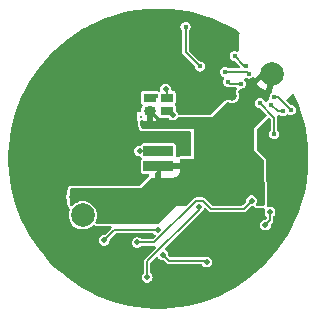
<source format=gbr>
%TF.GenerationSoftware,KiCad,Pcbnew,8.0.5*%
%TF.CreationDate,2024-11-25T09:23:58-07:00*%
%TF.ProjectId,NoteDetector,4e6f7465-4465-4746-9563-746f722e6b69,rev?*%
%TF.SameCoordinates,Original*%
%TF.FileFunction,Copper,L2,Bot*%
%TF.FilePolarity,Positive*%
%FSLAX46Y46*%
G04 Gerber Fmt 4.6, Leading zero omitted, Abs format (unit mm)*
G04 Created by KiCad (PCBNEW 8.0.5) date 2024-11-25 09:23:58*
%MOMM*%
%LPD*%
G01*
G04 APERTURE LIST*
G04 Aperture macros list*
%AMRoundRect*
0 Rectangle with rounded corners*
0 $1 Rounding radius*
0 $2 $3 $4 $5 $6 $7 $8 $9 X,Y pos of 4 corners*
0 Add a 4 corners polygon primitive as box body*
4,1,4,$2,$3,$4,$5,$6,$7,$8,$9,$2,$3,0*
0 Add four circle primitives for the rounded corners*
1,1,$1+$1,$2,$3*
1,1,$1+$1,$4,$5*
1,1,$1+$1,$6,$7*
1,1,$1+$1,$8,$9*
0 Add four rect primitives between the rounded corners*
20,1,$1+$1,$2,$3,$4,$5,0*
20,1,$1+$1,$4,$5,$6,$7,0*
20,1,$1+$1,$6,$7,$8,$9,0*
20,1,$1+$1,$8,$9,$2,$3,0*%
G04 Aperture macros list end*
%ADD10C,0.200000*%
%TA.AperFunction,NonConductor*%
%ADD11C,0.200000*%
%TD*%
%TA.AperFunction,ComponentPad*%
%ADD12C,2.000000*%
%TD*%
%TA.AperFunction,SMDPad,CuDef*%
%ADD13RoundRect,0.090000X1.210000X0.360000X-1.210000X0.360000X-1.210000X-0.360000X1.210000X-0.360000X0*%
%TD*%
%TA.AperFunction,SMDPad,CuDef*%
%ADD14RoundRect,0.360000X0.140000X0.040000X-0.140000X0.040000X-0.140000X-0.040000X0.140000X-0.040000X0*%
%TD*%
%TA.AperFunction,SMDPad,CuDef*%
%ADD15R,1.000000X0.800000*%
%TD*%
%TA.AperFunction,ViaPad*%
%ADD16C,0.450000*%
%TD*%
%TA.AperFunction,ViaPad*%
%ADD17C,0.508000*%
%TD*%
%TA.AperFunction,ViaPad*%
%ADD18C,0.800000*%
%TD*%
%TA.AperFunction,Conductor*%
%ADD19C,0.254000*%
%TD*%
%TA.AperFunction,Conductor*%
%ADD20C,0.381000*%
%TD*%
%TA.AperFunction,Conductor*%
%ADD21C,0.152400*%
%TD*%
G04 APERTURE END LIST*
D10*
D11*
X-1472054Y3634495D02*
X-1510149Y3596400D01*
X-1510149Y3596400D02*
X-1472054Y3558304D01*
X-1472054Y3558304D02*
X-1433958Y3596400D01*
X-1433958Y3596400D02*
X-1472054Y3634495D01*
X-1472054Y3634495D02*
X-1472054Y3558304D01*
D12*
%TO.P,BT1,1,+*%
%TO.N,+BATT*%
X9599987Y7200017D03*
%TO.P,BT1,2,-*%
%TO.N,/PGnd*%
X-6399991Y-4800011D03*
%TD*%
D13*
%TO.P,MK1,1,-*%
%TO.N,/Audio_raw*%
X0Y650000D03*
%TO.P,MK1,2,+*%
%TO.N,+BATT*%
X0Y-650000D03*
%TD*%
D14*
%TO.P,D1,1,A*%
%TO.N,+BATT*%
X-750000Y4050000D03*
D15*
%TO.P,D1,2,BK*%
%TO.N,Net-(D1-BK)*%
X750000Y4050000D03*
%TO.P,D1,3,GK*%
%TO.N,Net-(D1-GK)*%
X750000Y5150000D03*
%TO.P,D1,4,RK*%
%TO.N,Net-(D1-RK)*%
X-750000Y5150000D03*
%TD*%
D16*
%TO.N,GND*%
X-1850000Y2500000D03*
X-5800000Y5250000D03*
X1450000Y8500000D03*
D17*
X-2250000Y7900000D03*
D18*
X6224500Y5300000D03*
D17*
X6630000Y-6780000D03*
X2500000Y672334D03*
D16*
X-4200000Y1600000D03*
D17*
X-9125000Y-1100000D03*
X3700000Y4000000D03*
D18*
X-8900000Y7950000D03*
D17*
%TO.N,+BATT*%
X-7350000Y-3250000D03*
X-351116Y-5100000D03*
X6500000Y-3720300D03*
X6600000Y-2700000D03*
%TO.N,/Audio_In*%
X7894204Y-3574798D03*
X-1800000Y-7100000D03*
%TO.N,/Midscale*%
X-49909Y-6050091D03*
X-4598371Y-6923371D03*
%TO.N,Net-(U1-V-)*%
X4100000Y-8760000D03*
X385746Y-8147003D03*
%TO.N,Net-(C7-Pad1)*%
X-950000Y-10050000D03*
X3400000Y-4100000D03*
D16*
%TO.N,Net-(D1-RK)*%
X-208439Y5300000D03*
%TO.N,/PWM3*%
X11220000Y4110000D03*
X5630000Y7350000D03*
X7660000Y7200000D03*
X9815000Y5185000D03*
%TO.N,/PWM2*%
X7420000Y7880000D03*
X10550000Y4010000D03*
X9530000Y4570000D03*
X6450000Y8670000D03*
%TO.N,/PWM1*%
X5910000Y6500000D03*
X8590000Y4680000D03*
X9800000Y2050000D03*
X3500000Y7800000D03*
X2300000Y11150000D03*
X6966200Y6350000D03*
D17*
%TO.N,/Audio_raw*%
X-1600000Y650000D03*
%TO.N,Net-(D1-GK)*%
X600000Y5900000D03*
%TO.N,Net-(D1-BK)*%
X1200000Y3700000D03*
%TO.N,/~{MCLR}*%
X9049317Y-5624135D03*
X9444039Y-4519221D03*
%TD*%
D19*
%TO.N,+BATT*%
X-750000Y4050000D02*
X-20000Y3320000D01*
X-20000Y3320000D02*
X310000Y3320000D01*
D20*
X8790017Y7200017D02*
X8080000Y6490000D01*
X9599987Y7200017D02*
X8790017Y7200017D01*
D21*
%TO.N,Net-(D1-RK)*%
X-208439Y5300000D02*
X-358439Y5150000D01*
X-358439Y5150000D02*
X-750000Y5150000D01*
%TO.N,/PWM1*%
X5910000Y6500000D02*
X6060000Y6350000D01*
X6060000Y6350000D02*
X6966200Y6350000D01*
%TO.N,/PWM2*%
X10090000Y4010000D02*
X9530000Y4570000D01*
X10550000Y4010000D02*
X10090000Y4010000D01*
%TO.N,/PWM3*%
X10145000Y5185000D02*
X9815000Y5185000D01*
X11220000Y4110000D02*
X10145000Y5185000D01*
%TO.N,/PWM1*%
X8590000Y4680000D02*
X9800000Y3470000D01*
X9800000Y3470000D02*
X9800000Y2050000D01*
%TO.N,/PWM2*%
X7240000Y7880000D02*
X6450000Y8670000D01*
X7420000Y7880000D02*
X7240000Y7880000D01*
%TO.N,/PWM3*%
X7510000Y7350000D02*
X7660000Y7200000D01*
X5630000Y7350000D02*
X7510000Y7350000D01*
%TO.N,/Audio_In*%
X7219002Y-4250000D02*
X7894204Y-3574798D01*
X4450000Y-4250000D02*
X7219002Y-4250000D01*
X3179711Y-3570289D02*
X3770289Y-3570289D01*
X3770289Y-3570289D02*
X4450000Y-4250000D01*
X-350000Y-7100000D02*
X3179711Y-3570289D01*
X-1800000Y-7100000D02*
X-350000Y-7100000D01*
%TO.N,/Midscale*%
X-3725091Y-6050091D02*
X-4598371Y-6923371D01*
X-49909Y-6050091D02*
X-3725091Y-6050091D01*
%TO.N,Net-(U1-V-)*%
X888743Y-8650000D02*
X385746Y-8147003D01*
X4100000Y-8760000D02*
X3990000Y-8650000D01*
X3990000Y-8650000D02*
X888743Y-8650000D01*
%TO.N,Net-(C7-Pad1)*%
X-950000Y-8700000D02*
X-950000Y-10050000D01*
X3400000Y-4350000D02*
X-950000Y-8700000D01*
X3400000Y-4100000D02*
X3400000Y-4350000D01*
%TO.N,/PWM1*%
X2300000Y9000000D02*
X2300000Y11150000D01*
X3500000Y7800000D02*
X2300000Y9000000D01*
%TO.N,/Audio_raw*%
X-1600000Y650000D02*
X0Y650000D01*
%TO.N,Net-(D1-GK)*%
X750000Y5750000D02*
X600000Y5900000D01*
X750000Y5150000D02*
X750000Y5750000D01*
%TO.N,Net-(D1-BK)*%
X850000Y4050000D02*
X1200000Y3700000D01*
X750000Y4050000D02*
X850000Y4050000D01*
%TO.N,/~{MCLR}*%
X9444039Y-5229413D02*
X9049317Y-5624135D01*
X9444039Y-4519221D02*
X9444039Y-5229413D01*
%TD*%
%TA.AperFunction,Conductor*%
%TO.N,GND*%
G36*
X359784Y12697304D02*
G01*
X1064122Y12657749D01*
X1071164Y12657155D01*
X1772171Y12578171D01*
X1779170Y12577183D01*
X2474652Y12459015D01*
X2481584Y12457636D01*
X3169335Y12300662D01*
X3176178Y12298897D01*
X3854067Y12103600D01*
X3860801Y12101453D01*
X4526640Y11868466D01*
X4533243Y11865946D01*
X5185002Y11595979D01*
X5191453Y11593092D01*
X5827026Y11287016D01*
X5833306Y11283772D01*
X6450737Y10942530D01*
X6456824Y10938939D01*
X6814391Y10714264D01*
X6861429Y10661085D01*
X6872249Y10590918D01*
X6857321Y10546068D01*
X6822825Y10484396D01*
X6822824Y10484394D01*
X6802827Y10416288D01*
X6802824Y10416275D01*
X6794500Y10358377D01*
X6794500Y9177631D01*
X6774498Y9109510D01*
X6720842Y9063017D01*
X6650568Y9052913D01*
X6611301Y9065363D01*
X6583126Y9079719D01*
X6450000Y9100804D01*
X6316874Y9079719D01*
X6231911Y9036428D01*
X6196780Y9018528D01*
X6101471Y8923219D01*
X6086172Y8893193D01*
X6040281Y8803126D01*
X6019196Y8670000D01*
X6040281Y8536874D01*
X6040281Y8536872D01*
X6040282Y8536872D01*
X6101471Y8416780D01*
X6196780Y8321471D01*
X6303324Y8267185D01*
X6316874Y8260281D01*
X6404448Y8246410D01*
X6456488Y8238168D01*
X6520641Y8207755D01*
X6525871Y8202815D01*
X6886892Y7841793D01*
X6920916Y7779483D01*
X6915852Y7708668D01*
X6873305Y7651832D01*
X6806785Y7627021D01*
X6797796Y7626700D01*
X6007238Y7626700D01*
X5939117Y7646702D01*
X5918143Y7663605D01*
X5914874Y7666874D01*
X5883220Y7698528D01*
X5763126Y7759719D01*
X5630000Y7780804D01*
X5496874Y7759719D01*
X5376780Y7698528D01*
X5281472Y7603220D01*
X5220281Y7483126D01*
X5199196Y7350000D01*
X5220281Y7216874D01*
X5220281Y7216872D01*
X5220282Y7216872D01*
X5281471Y7096780D01*
X5376780Y7001471D01*
X5505710Y6935779D01*
X5504759Y6933913D01*
X5552764Y6901082D01*
X5580394Y6835682D01*
X5568280Y6765726D01*
X5565472Y6761070D01*
X5561473Y6753221D01*
X5561472Y6753220D01*
X5500281Y6633126D01*
X5479196Y6500000D01*
X5500281Y6366874D01*
X5500281Y6366872D01*
X5500282Y6366872D01*
X5561471Y6246780D01*
X5656780Y6151471D01*
X5776872Y6090282D01*
X5776874Y6090281D01*
X5910000Y6069196D01*
X5964555Y6077836D01*
X6016868Y6075096D01*
X6023570Y6073300D01*
X6023572Y6073300D01*
X6526537Y6073300D01*
X6594658Y6053298D01*
X6641151Y5999642D01*
X6651255Y5929368D01*
X6629208Y5874262D01*
X6592213Y5822258D01*
X6560429Y5758761D01*
X6550579Y5735650D01*
X6539874Y5644817D01*
X6547463Y5574235D01*
X6561929Y5517557D01*
X6602985Y5418439D01*
X6611498Y5386668D01*
X6620743Y5316446D01*
X6620743Y5283554D01*
X6611498Y5213331D01*
X6602984Y5181557D01*
X6575876Y5116115D01*
X6559431Y5087632D01*
X6516317Y5031444D01*
X6493060Y5008186D01*
X6436861Y4965062D01*
X6408383Y4948620D01*
X6342931Y4921509D01*
X6311172Y4913000D01*
X6240939Y4903755D01*
X6208062Y4903755D01*
X6137822Y4913001D01*
X6106061Y4921512D01*
X5992767Y4968440D01*
X5991135Y4969103D01*
X5990395Y4969405D01*
X5990360Y4969419D01*
X5987366Y4970615D01*
X5927863Y4984596D01*
X5857102Y4990376D01*
X5831970Y4990886D01*
X5831969Y4990885D01*
X5831969Y4990886D01*
X5831968Y4990886D01*
X5743716Y4966908D01*
X5743715Y4966907D01*
X5743713Y4966907D01*
X5681060Y4933513D01*
X5633884Y4898935D01*
X4463701Y3752156D01*
X4452837Y3741509D01*
X4390184Y3708115D01*
X4364646Y3705500D01*
X1767562Y3705500D01*
X1699441Y3725502D01*
X1652948Y3779158D01*
X1642845Y3813566D01*
X1640574Y3829364D01*
X1586282Y3948248D01*
X1586279Y3948252D01*
X1500700Y4047016D01*
X1500697Y4047018D01*
X1500695Y4047021D01*
X1500692Y4047022D01*
X1493989Y4052831D01*
X1455605Y4112557D01*
X1450500Y4148057D01*
X1450500Y4469746D01*
X1450500Y4469748D01*
X1438867Y4528231D01*
X1437685Y4529998D01*
X1436297Y4534433D01*
X1434118Y4539694D01*
X1434588Y4539889D01*
X1416471Y4597751D01*
X1435254Y4666218D01*
X1437686Y4670002D01*
X1438866Y4671768D01*
X1438867Y4671769D01*
X1450500Y4730252D01*
X1450500Y5569748D01*
X1438867Y5628231D01*
X1394552Y5694552D01*
X1328231Y5738867D01*
X1269748Y5750500D01*
X1269747Y5750500D01*
X1183091Y5750500D01*
X1114970Y5770502D01*
X1068477Y5824158D01*
X1058373Y5894431D01*
X1059174Y5900002D01*
X1059174Y5900003D01*
X1040575Y6029357D01*
X1040574Y6029364D01*
X986282Y6148248D01*
X983489Y6151471D01*
X900697Y6247019D01*
X900696Y6247019D01*
X900695Y6247021D01*
X790748Y6317679D01*
X665347Y6354500D01*
X534653Y6354500D01*
X534650Y6354499D01*
X534649Y6354499D01*
X497386Y6343557D01*
X409252Y6317679D01*
X409250Y6317678D01*
X299306Y6247022D01*
X299302Y6247019D01*
X213720Y6148252D01*
X213718Y6148248D01*
X172009Y6056918D01*
X159426Y6029364D01*
X159424Y6029357D01*
X140826Y5900003D01*
X140826Y5899996D01*
X152852Y5816354D01*
X142749Y5746080D01*
X96256Y5692424D01*
X28135Y5672422D01*
X-29067Y5686155D01*
X-75313Y5709719D01*
X-117252Y5716361D01*
X-167549Y5736047D01*
X-167699Y5736147D01*
X-171769Y5738867D01*
X-230252Y5750500D01*
X-1269748Y5750500D01*
X-1328231Y5738867D01*
X-1394552Y5694552D01*
X-1438867Y5628231D01*
X-1450500Y5569748D01*
X-1450500Y4730252D01*
X-1438867Y4671769D01*
X-1438866Y4671768D01*
X-1394551Y4605447D01*
X-1378442Y4594683D01*
X-1332915Y4540206D01*
X-1324068Y4469763D01*
X-1348481Y4413217D01*
X-1379596Y4372669D01*
X-1436074Y4236320D01*
X-1448149Y4144595D01*
X-1450499Y4126746D01*
X-1450500Y4126741D01*
X-1450500Y4065995D01*
X-1470502Y3997874D01*
X-1524158Y3951381D01*
X-1576500Y3939995D01*
X-1815649Y3939995D01*
X-1815649Y3252803D01*
X-1791793Y3228947D01*
X-1757767Y3166635D01*
X-1755210Y3130854D01*
X-1755500Y3126803D01*
X-1755500Y2853927D01*
X-1755499Y2853926D01*
X-1754323Y2831975D01*
X-1751444Y2805192D01*
X-1727483Y2728667D01*
X-1727482Y2728666D01*
X-1693457Y2666355D01*
X-1682388Y2651570D01*
X-1670986Y2633259D01*
X-1644562Y2581398D01*
X-1634002Y2552293D01*
X-1632788Y2546987D01*
X-1622955Y2514360D01*
X-1622953Y2514355D01*
X-1581507Y2439090D01*
X-1581504Y2439086D01*
X-1581503Y2439084D01*
X-1535010Y2385428D01*
X-1517417Y2367473D01*
X-1517414Y2367471D01*
X-1437595Y2322823D01*
X-1369490Y2302827D01*
X-1369481Y2302825D01*
X-1369478Y2302824D01*
X-1311582Y2294500D01*
X2668500Y2294500D01*
X2736621Y2274498D01*
X2783114Y2220842D01*
X2794500Y2168500D01*
X2794500Y331500D01*
X2774498Y263379D01*
X2720842Y216886D01*
X2668500Y205500D01*
X1918656Y205500D01*
X1861934Y197517D01*
X1795080Y178318D01*
X1772518Y170391D01*
X1772514Y170388D01*
X1697427Y116728D01*
X1630375Y93394D01*
X1561351Y110016D01*
X1512271Y161316D01*
X1498718Y231006D01*
X1498994Y233653D01*
X1500500Y246627D01*
X1500499Y1053372D01*
X1497682Y1077662D01*
X1453813Y1177016D01*
X1377016Y1253813D01*
X1277662Y1297682D01*
X1253373Y1300500D01*
X-1253372Y1300499D01*
X-1277662Y1297682D01*
X-1377016Y1253813D01*
X-1453813Y1177016D01*
X-1453814Y1177013D01*
X-1460412Y1167383D01*
X-1462046Y1168502D01*
X-1498488Y1125365D01*
X-1566353Y1104510D01*
X-1567934Y1104500D01*
X-1665347Y1104500D01*
X-1790748Y1067679D01*
X-1900695Y997021D01*
X-1986282Y898248D01*
X-2040574Y779364D01*
X-2040575Y779357D01*
X-2059174Y650003D01*
X-2059174Y649996D01*
X-2040575Y520642D01*
X-2040574Y520636D01*
X-1986282Y401752D01*
X-1986280Y401750D01*
X-1986279Y401747D01*
X-1900697Y302980D01*
X-1900693Y302977D01*
X-1790748Y232321D01*
X-1790750Y232321D01*
X-1665350Y195500D01*
X-1567934Y195500D01*
X-1499813Y175498D01*
X-1461820Y131652D01*
X-1460412Y132617D01*
X-1453811Y122981D01*
X-1419925Y89095D01*
X-1385899Y26783D01*
X-1390964Y-44032D01*
X-1419925Y-89095D01*
X-1453811Y-122981D01*
X-1453812Y-122983D01*
X-1453813Y-122984D01*
X-1497682Y-222338D01*
X-1500500Y-246627D01*
X-1500499Y-1053372D01*
X-1497682Y-1077662D01*
X-1453813Y-1177016D01*
X-1377016Y-1253813D01*
X-1277662Y-1297682D01*
X-1253373Y-1300500D01*
X-895308Y-1300499D01*
X-827190Y-1320501D01*
X-780697Y-1374156D01*
X-770592Y-1444430D01*
X-800085Y-1509011D01*
X-806214Y-1515594D01*
X-1548216Y-2257596D01*
X-1610527Y-2291620D01*
X-1637310Y-2294500D01*
X-7374006Y-2294500D01*
X-7417681Y-2299196D01*
X-7470023Y-2310582D01*
X-7480203Y-2313070D01*
X-7560916Y-2356079D01*
X-7614572Y-2402572D01*
X-7632527Y-2420165D01*
X-7632528Y-2420167D01*
X-7677176Y-2499986D01*
X-7694363Y-2558524D01*
X-7697176Y-2568104D01*
X-7705500Y-2626000D01*
X-7705500Y-2626002D01*
X-7705500Y-2919232D01*
X-7725502Y-2987353D01*
X-7736271Y-3001739D01*
X-7736282Y-3001752D01*
X-7790574Y-3120636D01*
X-7790574Y-3120641D01*
X-7790575Y-3120642D01*
X-7809174Y-3249996D01*
X-7809174Y-3250000D01*
X-7790574Y-3379364D01*
X-7736282Y-3498248D01*
X-7736277Y-3498253D01*
X-7736277Y-3498254D01*
X-7736273Y-3498261D01*
X-7731408Y-3505833D01*
X-7732496Y-3506532D01*
X-7706783Y-3562835D01*
X-7705500Y-3580768D01*
X-7705500Y-3892965D01*
X-7705484Y-3895554D01*
X-7705444Y-3898729D01*
X-7695614Y-3958986D01*
X-7673902Y-4026581D01*
X-7664765Y-4049999D01*
X-7608866Y-4122383D01*
X-7554056Y-4167509D01*
X-7554049Y-4167514D01*
X-7546442Y-4173033D01*
X-7503048Y-4229224D01*
X-7496922Y-4299956D01*
X-7507640Y-4331186D01*
X-7524218Y-4364478D01*
X-7524222Y-4364490D01*
X-7570374Y-4526699D01*
X-7585106Y-4578475D01*
X-7605634Y-4800011D01*
X-7585106Y-5021547D01*
X-7524220Y-5235539D01*
X-7524217Y-5235544D01*
X-7524216Y-5235548D01*
X-7425052Y-5434695D01*
X-7425050Y-5434696D01*
X-7425049Y-5434700D01*
X-7326799Y-5564804D01*
X-7293874Y-5608405D01*
X-7290972Y-5612247D01*
X-7126553Y-5762135D01*
X-6937392Y-5879258D01*
X-6830348Y-5920727D01*
X-6729937Y-5959627D01*
X-6729935Y-5959627D01*
X-6729931Y-5959629D01*
X-6511234Y-6000511D01*
X-6511231Y-6000511D01*
X-6288751Y-6000511D01*
X-6288748Y-6000511D01*
X-6070051Y-5959629D01*
X-6070047Y-5959627D01*
X-6070044Y-5959627D01*
X-5952300Y-5914012D01*
X-5862590Y-5879258D01*
X-5862581Y-5879252D01*
X-5862578Y-5879251D01*
X-5673430Y-5762136D01*
X-5673423Y-5762131D01*
X-5552188Y-5651611D01*
X-5488371Y-5620500D01*
X-5417865Y-5628830D01*
X-5405793Y-5634760D01*
X-5329968Y-5677174D01*
X-5261847Y-5697176D01*
X-5203951Y-5705500D01*
X-4076004Y-5705500D01*
X-4007883Y-5725502D01*
X-3961390Y-5779158D01*
X-3951286Y-5849432D01*
X-3980780Y-5914012D01*
X-3986908Y-5920595D01*
X-4498280Y-6431967D01*
X-4560591Y-6465991D01*
X-4587374Y-6468871D01*
X-4663721Y-6468871D01*
X-4789120Y-6505692D01*
X-4899064Y-6576348D01*
X-4899068Y-6576351D01*
X-4984650Y-6675118D01*
X-4984651Y-6675121D01*
X-4984653Y-6675123D01*
X-5038945Y-6794007D01*
X-5038945Y-6794012D01*
X-5038946Y-6794013D01*
X-5057545Y-6923367D01*
X-5057545Y-6923374D01*
X-5039220Y-7050818D01*
X-5038945Y-7052735D01*
X-4984653Y-7171619D01*
X-4899066Y-7270392D01*
X-4789119Y-7341050D01*
X-4663718Y-7377871D01*
X-4663715Y-7377871D01*
X-4533027Y-7377871D01*
X-4533024Y-7377871D01*
X-4533021Y-7377870D01*
X-4533020Y-7377870D01*
X-4495757Y-7366928D01*
X-4407623Y-7341050D01*
X-4377070Y-7321415D01*
X-4297677Y-7270393D01*
X-4297673Y-7270390D01*
X-4212091Y-7171623D01*
X-4157797Y-7052735D01*
X-4157795Y-7052728D01*
X-4139197Y-6923374D01*
X-4139197Y-6914360D01*
X-4137011Y-6914360D01*
X-4128646Y-6856190D01*
X-4103129Y-6819442D01*
X-3647383Y-6363696D01*
X-3585071Y-6329670D01*
X-3558288Y-6326791D01*
X-469080Y-6326791D01*
X-400959Y-6346793D01*
X-373856Y-6370278D01*
X-350604Y-6397112D01*
X-292092Y-6434714D01*
X-245601Y-6488367D01*
X-235496Y-6558640D01*
X-264988Y-6623222D01*
X-271119Y-6629806D01*
X-427708Y-6786395D01*
X-490020Y-6820421D01*
X-516803Y-6823300D01*
X-1380829Y-6823300D01*
X-1448950Y-6803298D01*
X-1476053Y-6779813D01*
X-1499305Y-6752978D01*
X-1499306Y-6752977D01*
X-1609251Y-6682321D01*
X-1609249Y-6682321D01*
X-1734649Y-6645500D01*
X-1734653Y-6645500D01*
X-1865347Y-6645500D01*
X-1865350Y-6645500D01*
X-1990749Y-6682321D01*
X-2100693Y-6752977D01*
X-2100697Y-6752980D01*
X-2186279Y-6851747D01*
X-2186280Y-6851750D01*
X-2186282Y-6851752D01*
X-2240574Y-6970636D01*
X-2240574Y-6970641D01*
X-2240575Y-6970642D01*
X-2259174Y-7099996D01*
X-2259174Y-7100000D01*
X-2240574Y-7229364D01*
X-2186282Y-7348248D01*
X-2186279Y-7348250D01*
X-2186279Y-7348252D01*
X-2160614Y-7377871D01*
X-2100695Y-7447021D01*
X-1990748Y-7517679D01*
X-1865347Y-7554500D01*
X-1865344Y-7554500D01*
X-1734656Y-7554500D01*
X-1734653Y-7554500D01*
X-1734650Y-7554499D01*
X-1734649Y-7554499D01*
X-1697386Y-7543557D01*
X-1609252Y-7517679D01*
X-1609250Y-7517678D01*
X-1499306Y-7447022D01*
X-1499305Y-7447021D01*
X-1476053Y-7420187D01*
X-1416327Y-7381804D01*
X-1380829Y-7376700D01*
X-322204Y-7376700D01*
X-254083Y-7396702D01*
X-207590Y-7450358D01*
X-197486Y-7520632D01*
X-226980Y-7585212D01*
X-233109Y-7591795D01*
X-1171408Y-8530094D01*
X-1171410Y-8530097D01*
X-1171415Y-8530102D01*
X-1207844Y-8593197D01*
X-1207844Y-8593198D01*
X-1212136Y-8609213D01*
X-1212137Y-8609219D01*
X-1226699Y-8663569D01*
X-1226700Y-8663574D01*
X-1226700Y-9628291D01*
X-1246702Y-9696412D01*
X-1257475Y-9710803D01*
X-1336282Y-9801752D01*
X-1390574Y-9920636D01*
X-1390574Y-9920641D01*
X-1390575Y-9920642D01*
X-1409174Y-10049996D01*
X-1409174Y-10050000D01*
X-1390574Y-10179364D01*
X-1336282Y-10298248D01*
X-1250695Y-10397021D01*
X-1140748Y-10467679D01*
X-1015347Y-10504500D01*
X-1015344Y-10504500D01*
X-884656Y-10504500D01*
X-884653Y-10504500D01*
X-884650Y-10504499D01*
X-884649Y-10504499D01*
X-847386Y-10493557D01*
X-759252Y-10467679D01*
X-759250Y-10467678D01*
X-649306Y-10397022D01*
X-649302Y-10397019D01*
X-563720Y-10298252D01*
X-509426Y-10179364D01*
X-509424Y-10179357D01*
X-490826Y-10050003D01*
X-490826Y-10049996D01*
X-509424Y-9920642D01*
X-509426Y-9920635D01*
X-563719Y-9801750D01*
X-642525Y-9710803D01*
X-672018Y-9646222D01*
X-673300Y-9628291D01*
X-673300Y-8866803D01*
X-653298Y-8798682D01*
X-636395Y-8777708D01*
X-208301Y-8349614D01*
X-145989Y-8315588D01*
X-75174Y-8320653D01*
X-18338Y-8363200D01*
X-4594Y-8386364D01*
X-536Y-8395251D01*
X-533Y-8395254D01*
X85048Y-8494022D01*
X85052Y-8494025D01*
X140024Y-8529353D01*
X194996Y-8564681D01*
X194995Y-8564681D01*
X320395Y-8601502D01*
X320396Y-8601502D01*
X320399Y-8601503D01*
X396743Y-8601503D01*
X464864Y-8621505D01*
X485833Y-8638403D01*
X718845Y-8871415D01*
X749921Y-8889357D01*
X781936Y-8907842D01*
X781940Y-8907844D01*
X852315Y-8926700D01*
X3595501Y-8926700D01*
X3663622Y-8946702D01*
X3710114Y-9000356D01*
X3713719Y-9008251D01*
X3799302Y-9107019D01*
X3799306Y-9107022D01*
X3854278Y-9142350D01*
X3909250Y-9177678D01*
X3909249Y-9177678D01*
X4034649Y-9214499D01*
X4034650Y-9214499D01*
X4034653Y-9214500D01*
X4034656Y-9214500D01*
X4165344Y-9214500D01*
X4165347Y-9214500D01*
X4290748Y-9177679D01*
X4400695Y-9107021D01*
X4486282Y-9008248D01*
X4540574Y-8889364D01*
X4551322Y-8814613D01*
X4559174Y-8760003D01*
X4559174Y-8759996D01*
X4540575Y-8630642D01*
X4540574Y-8630641D01*
X4540574Y-8630636D01*
X4486282Y-8511752D01*
X4486280Y-8511750D01*
X4486279Y-8511747D01*
X4400697Y-8412980D01*
X4400693Y-8412977D01*
X4290748Y-8342321D01*
X4290750Y-8342321D01*
X4165350Y-8305500D01*
X4165347Y-8305500D01*
X4034653Y-8305500D01*
X4034649Y-8305500D01*
X3909253Y-8342320D01*
X3904300Y-8345502D01*
X3892168Y-8353299D01*
X3824051Y-8373300D01*
X1055546Y-8373300D01*
X987425Y-8353298D01*
X966451Y-8336395D01*
X880987Y-8250931D01*
X846961Y-8188619D01*
X845800Y-8156016D01*
X844920Y-8156016D01*
X844920Y-8146999D01*
X826321Y-8017645D01*
X826320Y-8017644D01*
X826320Y-8017639D01*
X772028Y-7898755D01*
X772026Y-7898753D01*
X772025Y-7898750D01*
X686443Y-7799983D01*
X686441Y-7799982D01*
X607883Y-7749496D01*
X561390Y-7695840D01*
X551286Y-7625567D01*
X580779Y-7560986D01*
X586895Y-7554417D01*
X3621415Y-4519898D01*
X3626257Y-4511510D01*
X3667259Y-4468508D01*
X3700695Y-4447021D01*
X3700698Y-4447017D01*
X3700700Y-4447016D01*
X3772214Y-4364483D01*
X3786282Y-4348248D01*
X3827098Y-4258871D01*
X3873589Y-4205217D01*
X3941710Y-4185214D01*
X4009831Y-4205215D01*
X4030801Y-4222114D01*
X4156935Y-4348248D01*
X4280104Y-4471417D01*
X4280105Y-4471418D01*
X4343189Y-4507839D01*
X4343198Y-4507844D01*
X4413572Y-4526700D01*
X4413574Y-4526700D01*
X7255428Y-4526700D01*
X7255430Y-4526700D01*
X7325805Y-4507844D01*
X7388900Y-4471415D01*
X7794113Y-4066201D01*
X7856424Y-4032178D01*
X7883207Y-4029298D01*
X7959548Y-4029298D01*
X7959551Y-4029298D01*
X7992556Y-4019607D01*
X8063550Y-4019607D01*
X8123277Y-4057990D01*
X8123278Y-4057992D01*
X8172292Y-4114559D01*
X8172305Y-4114572D01*
X8189898Y-4132527D01*
X8189900Y-4132528D01*
X8269719Y-4177176D01*
X8328257Y-4194363D01*
X8337837Y-4197176D01*
X8395733Y-4205500D01*
X8395736Y-4205500D01*
X8870722Y-4205500D01*
X8870727Y-4205500D01*
X8878073Y-4204662D01*
X8948020Y-4216815D01*
X9000294Y-4264856D01*
X9018297Y-4333532D01*
X9006967Y-4382187D01*
X9003466Y-4389852D01*
X9003463Y-4389863D01*
X8984865Y-4519217D01*
X8984865Y-4519224D01*
X9003463Y-4648578D01*
X9003465Y-4648585D01*
X9057757Y-4767469D01*
X9057758Y-4767470D01*
X9136563Y-4858416D01*
X9166056Y-4922997D01*
X9167339Y-4940929D01*
X9167339Y-5043635D01*
X9147337Y-5111756D01*
X9093681Y-5158249D01*
X9041339Y-5169635D01*
X8983966Y-5169635D01*
X8858567Y-5206456D01*
X8748623Y-5277112D01*
X8748619Y-5277115D01*
X8663037Y-5375882D01*
X8608743Y-5494770D01*
X8608741Y-5494777D01*
X8590143Y-5624131D01*
X8590143Y-5624138D01*
X8608741Y-5753492D01*
X8608743Y-5753499D01*
X8626438Y-5792247D01*
X8663037Y-5872387D01*
X8748619Y-5971154D01*
X8748623Y-5971157D01*
X8794300Y-6000511D01*
X8858567Y-6041813D01*
X8858566Y-6041813D01*
X8983966Y-6078634D01*
X8983967Y-6078634D01*
X8983970Y-6078635D01*
X8983973Y-6078635D01*
X9114661Y-6078635D01*
X9114664Y-6078635D01*
X9240065Y-6041814D01*
X9350012Y-5971156D01*
X9393709Y-5920727D01*
X9435596Y-5872387D01*
X9435596Y-5872385D01*
X9435599Y-5872383D01*
X9489891Y-5753499D01*
X9490166Y-5751582D01*
X9508491Y-5624138D01*
X9508491Y-5615123D01*
X9510680Y-5615123D01*
X9519031Y-5556977D01*
X9544555Y-5520209D01*
X9665454Y-5399311D01*
X9701883Y-5336216D01*
X9720739Y-5265841D01*
X9720739Y-5192985D01*
X9720739Y-4940929D01*
X9740741Y-4872808D01*
X9751515Y-4858416D01*
X9830321Y-4767469D01*
X9884613Y-4648585D01*
X9884888Y-4646668D01*
X9903213Y-4519224D01*
X9903213Y-4519217D01*
X9884614Y-4389863D01*
X9884613Y-4389862D01*
X9884613Y-4389857D01*
X9830321Y-4270973D01*
X9830319Y-4270971D01*
X9830318Y-4270968D01*
X9744736Y-4172201D01*
X9744732Y-4172198D01*
X9634787Y-4101542D01*
X9634789Y-4101542D01*
X9509389Y-4064721D01*
X9509386Y-4064721D01*
X9378692Y-4064721D01*
X9378690Y-4064721D01*
X9353796Y-4072031D01*
X9282799Y-4072030D01*
X9223073Y-4033645D01*
X9193581Y-3969064D01*
X9194533Y-3927514D01*
X9195281Y-3923594D01*
X9198581Y-3895554D01*
X9202118Y-3865502D01*
X9106721Y-145022D01*
X9105312Y-125698D01*
X9102473Y-102145D01*
X9078813Y-28252D01*
X9044789Y34059D01*
X9009736Y80884D01*
X8627522Y463098D01*
X8627522Y463099D01*
X8342404Y748215D01*
X8308380Y810528D01*
X8305500Y837311D01*
X8305500Y2412690D01*
X8325502Y2480811D01*
X8342405Y2501785D01*
X9270557Y3429937D01*
X9332869Y3463963D01*
X9403684Y3458898D01*
X9448746Y3429939D01*
X9486394Y3392292D01*
X9520420Y3329980D01*
X9523300Y3303195D01*
X9523300Y2427238D01*
X9503298Y2359117D01*
X9486395Y2338143D01*
X9451471Y2303219D01*
X9451270Y2302824D01*
X9390281Y2183126D01*
X9369196Y2050000D01*
X9390281Y1916874D01*
X9390281Y1916872D01*
X9390282Y1916872D01*
X9451471Y1796780D01*
X9546780Y1701471D01*
X9666872Y1640282D01*
X9666874Y1640281D01*
X9800000Y1619196D01*
X9933126Y1640281D01*
X9993173Y1670876D01*
X10053219Y1701471D01*
X10148528Y1796780D01*
X10209719Y1916874D01*
X10230804Y2050000D01*
X10209719Y2183126D01*
X10148528Y2303220D01*
X10113605Y2338143D01*
X10079579Y2400455D01*
X10076700Y2427238D01*
X10076700Y3506425D01*
X10076700Y3506428D01*
X10061101Y3564645D01*
X10062791Y3635618D01*
X10102585Y3694414D01*
X10167850Y3722362D01*
X10237863Y3710588D01*
X10271902Y3686350D01*
X10296780Y3661471D01*
X10416872Y3600282D01*
X10416874Y3600281D01*
X10550000Y3579196D01*
X10683126Y3600281D01*
X10760879Y3639898D01*
X10803219Y3661471D01*
X10859942Y3718194D01*
X10922254Y3752220D01*
X10993069Y3747155D01*
X11006240Y3741366D01*
X11037375Y3725502D01*
X11086874Y3700281D01*
X11220000Y3679196D01*
X11353126Y3700281D01*
X11433760Y3741366D01*
X11473219Y3761471D01*
X11568528Y3856780D01*
X11615135Y3948252D01*
X11629719Y3976874D01*
X11650804Y4110000D01*
X11629719Y4243126D01*
X11568528Y4363220D01*
X11473220Y4458528D01*
X11353126Y4519719D01*
X11220000Y4540804D01*
X11219996Y4540803D01*
X11213510Y4541831D01*
X11149357Y4572243D01*
X11144144Y4577167D01*
X10870059Y4851252D01*
X10836035Y4913562D01*
X10841100Y4984377D01*
X10870061Y5029440D01*
X11285169Y5444548D01*
X11347481Y5478574D01*
X11418296Y5473509D01*
X11475132Y5430962D01*
X11487786Y5410122D01*
X11593095Y5191446D01*
X11595982Y5184995D01*
X11865946Y4533243D01*
X11868466Y4526640D01*
X12101453Y3860801D01*
X12103600Y3854067D01*
X12298897Y3176178D01*
X12300662Y3169335D01*
X12457636Y2481584D01*
X12459015Y2474652D01*
X12577183Y1779170D01*
X12578171Y1772171D01*
X12657155Y1071164D01*
X12657749Y1064122D01*
X12697328Y359343D01*
X12697523Y353161D01*
X12699993Y883D01*
X12699993Y-883D01*
X12697523Y-353161D01*
X12697328Y-359343D01*
X12657749Y-1064122D01*
X12657155Y-1071164D01*
X12578171Y-1772171D01*
X12577183Y-1779170D01*
X12459015Y-2474652D01*
X12457636Y-2481584D01*
X12300662Y-3169335D01*
X12298897Y-3176178D01*
X12103600Y-3854067D01*
X12101453Y-3860801D01*
X11868466Y-4526640D01*
X11865946Y-4533243D01*
X11595979Y-5185002D01*
X11593092Y-5191453D01*
X11287016Y-5827026D01*
X11283772Y-5833306D01*
X10942530Y-6450737D01*
X10938939Y-6456824D01*
X10563629Y-7054125D01*
X10559703Y-7060001D01*
X10151474Y-7635348D01*
X10147224Y-7640996D01*
X9707387Y-8192533D01*
X9702827Y-8197933D01*
X9232746Y-8723954D01*
X9227890Y-8729089D01*
X8729089Y-9227890D01*
X8723954Y-9232746D01*
X8197933Y-9702827D01*
X8192533Y-9707387D01*
X7640996Y-10147224D01*
X7635348Y-10151474D01*
X7060001Y-10559703D01*
X7054125Y-10563629D01*
X6456824Y-10938939D01*
X6450737Y-10942530D01*
X5833306Y-11283772D01*
X5827026Y-11287016D01*
X5191453Y-11593092D01*
X5185002Y-11595979D01*
X4533243Y-11865946D01*
X4526640Y-11868466D01*
X3860801Y-12101453D01*
X3854067Y-12103600D01*
X3176178Y-12298897D01*
X3169335Y-12300662D01*
X2481584Y-12457636D01*
X2474652Y-12459015D01*
X1779170Y-12577183D01*
X1772171Y-12578171D01*
X1071164Y-12657155D01*
X1064122Y-12657749D01*
X359784Y-12697304D01*
X352719Y-12697502D01*
X-352719Y-12697502D01*
X-359784Y-12697304D01*
X-1064122Y-12657749D01*
X-1071164Y-12657155D01*
X-1772171Y-12578171D01*
X-1779170Y-12577183D01*
X-2474652Y-12459015D01*
X-2481584Y-12457636D01*
X-3169335Y-12300662D01*
X-3176178Y-12298897D01*
X-3854067Y-12103600D01*
X-3860801Y-12101453D01*
X-4526640Y-11868466D01*
X-4533243Y-11865946D01*
X-5185002Y-11595979D01*
X-5191453Y-11593092D01*
X-5827026Y-11287016D01*
X-5833306Y-11283772D01*
X-6450737Y-10942530D01*
X-6456824Y-10938939D01*
X-7054125Y-10563629D01*
X-7060001Y-10559703D01*
X-7635348Y-10151474D01*
X-7640996Y-10147224D01*
X-8192533Y-9707387D01*
X-8197933Y-9702827D01*
X-8723954Y-9232746D01*
X-8729089Y-9227890D01*
X-9227890Y-8729089D01*
X-9232746Y-8723954D01*
X-9702827Y-8197933D01*
X-9707387Y-8192533D01*
X-10147224Y-7640996D01*
X-10151474Y-7635348D01*
X-10559703Y-7060001D01*
X-10563629Y-7054125D01*
X-10938939Y-6456824D01*
X-10942530Y-6450737D01*
X-11283772Y-5833306D01*
X-11287016Y-5827026D01*
X-11593092Y-5191453D01*
X-11595979Y-5185002D01*
X-11865946Y-4533243D01*
X-11868466Y-4526640D01*
X-12101453Y-3860801D01*
X-12103600Y-3854067D01*
X-12298897Y-3176178D01*
X-12300662Y-3169335D01*
X-12457636Y-2481584D01*
X-12459015Y-2474652D01*
X-12577183Y-1779170D01*
X-12578171Y-1772171D01*
X-12657155Y-1071164D01*
X-12657749Y-1064122D01*
X-12697304Y-359783D01*
X-12697502Y-352718D01*
X-12697502Y352718D01*
X-12697304Y359783D01*
X-12657749Y1064122D01*
X-12657155Y1071164D01*
X-12578171Y1772171D01*
X-12577183Y1779170D01*
X-12459015Y2474652D01*
X-12457636Y2481584D01*
X-12300662Y3169335D01*
X-12298897Y3176178D01*
X-12103600Y3854067D01*
X-12101453Y3860801D01*
X-11868466Y4526640D01*
X-11865946Y4533243D01*
X-11595979Y5185002D01*
X-11593092Y5191453D01*
X-11287016Y5827026D01*
X-11283772Y5833306D01*
X-10942530Y6450737D01*
X-10938939Y6456824D01*
X-10563629Y7054125D01*
X-10559703Y7060001D01*
X-10151474Y7635348D01*
X-10147224Y7640996D01*
X-9707387Y8192533D01*
X-9702827Y8197933D01*
X-9232746Y8723954D01*
X-9227890Y8729089D01*
X-8729089Y9227890D01*
X-8723954Y9232746D01*
X-8197933Y9702827D01*
X-8192533Y9707387D01*
X-7640996Y10147224D01*
X-7635348Y10151474D01*
X-7060001Y10559703D01*
X-7054125Y10563629D01*
X-6456824Y10938939D01*
X-6450737Y10942530D01*
X-6075348Y11150000D01*
X1869196Y11150000D01*
X1890281Y11016874D01*
X1890281Y11016872D01*
X1890282Y11016872D01*
X1951471Y10896780D01*
X1951473Y10896778D01*
X1986395Y10861857D01*
X2020421Y10799545D01*
X2023300Y10772762D01*
X2023300Y8963572D01*
X2042156Y8893197D01*
X2042157Y8893193D01*
X2078583Y8830105D01*
X2078588Y8830098D01*
X3032815Y7875871D01*
X3066840Y7813559D01*
X3068168Y7806488D01*
X3075576Y7759719D01*
X3090281Y7666874D01*
X3090281Y7666872D01*
X3090282Y7666872D01*
X3151471Y7546780D01*
X3246780Y7451471D01*
X3366872Y7390282D01*
X3366874Y7390281D01*
X3500000Y7369196D01*
X3633126Y7390281D01*
X3703872Y7426328D01*
X3753219Y7451471D01*
X3848528Y7546780D01*
X3877285Y7603219D01*
X3909719Y7666874D01*
X3930804Y7800000D01*
X3909719Y7933126D01*
X3848528Y8053220D01*
X3753220Y8148528D01*
X3633126Y8209719D01*
X3500000Y8230804D01*
X3499997Y8230803D01*
X3493511Y8231831D01*
X3429358Y8262243D01*
X3424144Y8267167D01*
X2613602Y9077710D01*
X2579579Y9140020D01*
X2576700Y9166803D01*
X2576700Y10772762D01*
X2596702Y10840883D01*
X2613605Y10861857D01*
X2648528Y10896780D01*
X2670009Y10938939D01*
X2709719Y11016874D01*
X2730804Y11150000D01*
X2709719Y11283126D01*
X2648528Y11403220D01*
X2553220Y11498528D01*
X2433126Y11559719D01*
X2300000Y11580804D01*
X2166874Y11559719D01*
X2046780Y11498528D01*
X1951472Y11403220D01*
X1890281Y11283126D01*
X1869196Y11150000D01*
X-6075348Y11150000D01*
X-5833306Y11283772D01*
X-5827026Y11287016D01*
X-5191453Y11593092D01*
X-5185002Y11595979D01*
X-4533243Y11865946D01*
X-4526640Y11868466D01*
X-3860801Y12101453D01*
X-3854067Y12103600D01*
X-3176178Y12298897D01*
X-3169335Y12300662D01*
X-2481584Y12457636D01*
X-2474652Y12459015D01*
X-1779170Y12577183D01*
X-1772171Y12578171D01*
X-1071164Y12657155D01*
X-1064122Y12657749D01*
X-359784Y12697304D01*
X-352719Y12697502D01*
X352719Y12697502D01*
X359784Y12697304D01*
G37*
%TD.AperFunction*%
%TD*%
%TA.AperFunction,Conductor*%
%TO.N,+BATT*%
G36*
X8064337Y6898423D02*
G01*
X8121173Y6855876D01*
X8142823Y6809782D01*
X8161356Y6732587D01*
X8161358Y6732581D01*
X8252193Y6513283D01*
X8376218Y6310894D01*
X8376219Y6310892D01*
X8530372Y6130402D01*
X8710862Y5976249D01*
X8710864Y5976248D01*
X8913253Y5852223D01*
X9132544Y5761390D01*
X9137714Y5760149D01*
X9263818Y6642889D01*
X9292097Y6623995D01*
X9410389Y6574996D01*
X9535968Y6550017D01*
X9664006Y6550017D01*
X9766625Y6570429D01*
X9632374Y5630660D01*
X9628188Y5631257D01*
X9624913Y5599866D01*
X9580539Y5544446D01*
X9565555Y5535451D01*
X9561780Y5533528D01*
X9561778Y5533526D01*
X9466471Y5438219D01*
X9450264Y5406411D01*
X9405281Y5318126D01*
X9394491Y5250000D01*
X9384196Y5184999D01*
X9400907Y5079487D01*
X9391807Y5009076D01*
X9346085Y4954762D01*
X9333665Y4947512D01*
X9305615Y4933220D01*
X9276780Y4918528D01*
X9180290Y4822038D01*
X9117978Y4788012D01*
X9047163Y4793077D01*
X8990327Y4835624D01*
X8978928Y4853930D01*
X8953705Y4903433D01*
X8938528Y4933220D01*
X8843220Y5028528D01*
X8723126Y5089719D01*
X8590000Y5110804D01*
X8456874Y5089719D01*
X8336780Y5028528D01*
X8241471Y4933219D01*
X8210876Y4873173D01*
X8180281Y4813126D01*
X8159196Y4680000D01*
X8180281Y4546874D01*
X8180281Y4546872D01*
X8180282Y4546872D01*
X8241471Y4426780D01*
X8336780Y4331471D01*
X8456872Y4270282D01*
X8456874Y4270281D01*
X8544448Y4256410D01*
X8596488Y4248168D01*
X8660641Y4217755D01*
X8665871Y4212814D01*
X9125247Y3753438D01*
X9159273Y3691126D01*
X9154208Y3620311D01*
X9125247Y3575248D01*
X8100000Y2550001D01*
X8100000Y700000D01*
X8099999Y700000D01*
X8482212Y317788D01*
X8864426Y-64426D01*
X8898450Y-126737D01*
X8901289Y-150290D01*
X8996686Y-3870770D01*
X8978436Y-3939381D01*
X8925990Y-3987234D01*
X8870727Y-4000000D01*
X8395733Y-4000000D01*
X8327612Y-3979998D01*
X8281119Y-3926342D01*
X8271015Y-3856068D01*
X8281117Y-3821663D01*
X8334778Y-3704162D01*
X8349825Y-3599511D01*
X8353378Y-3574801D01*
X8353378Y-3574794D01*
X8334779Y-3445440D01*
X8334778Y-3445439D01*
X8334778Y-3445434D01*
X8280486Y-3326550D01*
X8280484Y-3326548D01*
X8280483Y-3326545D01*
X8194901Y-3227778D01*
X8194897Y-3227775D01*
X8084952Y-3157119D01*
X8084954Y-3157119D01*
X7959554Y-3120298D01*
X7959551Y-3120298D01*
X7828857Y-3120298D01*
X7828853Y-3120298D01*
X7703454Y-3157119D01*
X7593510Y-3227775D01*
X7593506Y-3227778D01*
X7507924Y-3326545D01*
X7453630Y-3445433D01*
X7453628Y-3445440D01*
X7435030Y-3574794D01*
X7435030Y-3583809D01*
X7432846Y-3583809D01*
X7424471Y-3641990D01*
X7398962Y-3678725D01*
X7141294Y-3936395D01*
X7078982Y-3970420D01*
X7052198Y-3973300D01*
X4616803Y-3973300D01*
X4548682Y-3953298D01*
X4527712Y-3936399D01*
X3940187Y-3348874D01*
X3901522Y-3326550D01*
X3877095Y-3312446D01*
X3877092Y-3312445D01*
X3806717Y-3293589D01*
X3216139Y-3293589D01*
X3143283Y-3293589D01*
X3072908Y-3312445D01*
X3072904Y-3312446D01*
X3009816Y-3348872D01*
X3009809Y-3348877D01*
X2783893Y-3574794D01*
X2395590Y-3963096D01*
X2333280Y-3997120D01*
X2306497Y-4000000D01*
X1499998Y-4000000D01*
X36905Y-5463095D01*
X-25407Y-5497120D01*
X-52190Y-5500000D01*
X-5203951Y-5500000D01*
X-5272072Y-5479998D01*
X-5318565Y-5426342D01*
X-5328669Y-5356068D01*
X-5316741Y-5317837D01*
X-5275765Y-5235548D01*
X-5275759Y-5235531D01*
X-5214876Y-5021550D01*
X-5194348Y-4800011D01*
X-5214876Y-4578471D01*
X-5275759Y-4364490D01*
X-5275765Y-4364473D01*
X-5374929Y-4165326D01*
X-5374933Y-4165321D01*
X-5509008Y-3987775D01*
X-5673429Y-3837886D01*
X-5673430Y-3837885D01*
X-5862578Y-3720770D01*
X-5862594Y-3720762D01*
X-6070044Y-3640394D01*
X-6147665Y-3625884D01*
X-6288748Y-3599511D01*
X-6511234Y-3599511D01*
X-6690963Y-3633108D01*
X-6729937Y-3640394D01*
X-6937387Y-3720762D01*
X-6937392Y-3720764D01*
X-6937396Y-3720766D01*
X-6937403Y-3720770D01*
X-7126551Y-3837885D01*
X-7126552Y-3837886D01*
X-7289114Y-3986080D01*
X-7352932Y-4017191D01*
X-7423438Y-4008861D01*
X-7478248Y-3963735D01*
X-7499960Y-3896140D01*
X-7500000Y-3892965D01*
X-7500000Y-2626000D01*
X-7479998Y-2557879D01*
X-7426342Y-2511386D01*
X-7374000Y-2500000D01*
X-1500000Y-2500000D01*
X-644903Y-1644903D01*
X-582593Y-1610880D01*
X-555810Y-1608000D01*
X-254000Y-1608000D01*
X254000Y-1608000D01*
X1249187Y-1608000D01*
X1249196Y-1607999D01*
X1366107Y-1592608D01*
X1511578Y-1532352D01*
X1511581Y-1532350D01*
X1636498Y-1436498D01*
X1732350Y-1311581D01*
X1732352Y-1311578D01*
X1792608Y-1166107D01*
X1807999Y-1049196D01*
X1808000Y-1049187D01*
X1808000Y-904000D01*
X254000Y-904000D01*
X254000Y-1608000D01*
X-254000Y-1608000D01*
X-254000Y-1254000D01*
X604000Y-396000D01*
X1808000Y-396000D01*
X1808000Y-250813D01*
X1807999Y-250803D01*
X1793734Y-142446D01*
X1804673Y-72297D01*
X1851802Y-19199D01*
X1918656Y0D01*
X3000000Y0D01*
X3000000Y2500000D01*
X-1311582Y2500000D01*
X-1379703Y2520002D01*
X-1426196Y2573658D01*
X-1436029Y2606285D01*
X-1440281Y2633126D01*
X-1440281Y2633127D01*
X-1501471Y2753219D01*
X-1513095Y2764843D01*
X-1547121Y2827155D01*
X-1550000Y2853938D01*
X-1550000Y3126804D01*
X-1529998Y3194925D01*
X-1476342Y3241418D01*
X-1424000Y3252804D01*
X-1346367Y3252804D01*
X-1290384Y3239684D01*
X-1191092Y3190440D01*
X-1007870Y3144875D01*
X-1004000Y3144612D01*
X-1004000Y4178000D01*
X-983998Y4246121D01*
X-930342Y4292614D01*
X-878000Y4304000D01*
X-622000Y4304000D01*
X-553879Y4283998D01*
X-507386Y4230342D01*
X-496000Y4178000D01*
X-496000Y3144612D01*
X-492129Y3144875D01*
X-308907Y3190440D01*
X-139773Y3274322D01*
X-139764Y3274328D01*
X7383Y3392608D01*
X7387Y3392612D01*
X30598Y3421487D01*
X88866Y3462050D01*
X159814Y3464671D01*
X168527Y3461777D01*
X230249Y3449500D01*
X230252Y3449500D01*
X758127Y3449500D01*
X826248Y3429498D01*
X853352Y3406012D01*
X899306Y3352977D01*
X1009251Y3282321D01*
X1009249Y3282321D01*
X1134649Y3245500D01*
X1134653Y3245500D01*
X1265350Y3245500D01*
X1390749Y3282321D01*
X1500693Y3352977D01*
X1502782Y3355387D01*
X1546648Y3406012D01*
X1590408Y3456513D01*
X1650134Y3494896D01*
X1685632Y3500000D01*
X4500000Y3500000D01*
X5777719Y4752164D01*
X5840372Y4785558D01*
X5911133Y4779778D01*
X5914127Y4778582D01*
X6067737Y4714956D01*
X6224500Y4694318D01*
X6381260Y4714955D01*
X6527339Y4775463D01*
X6527342Y4775465D01*
X6532963Y4779778D01*
X6652782Y4871718D01*
X6749036Y4997159D01*
X6809544Y5143238D01*
X6830182Y5300000D01*
X6809544Y5456762D01*
X6751786Y5596201D01*
X6744198Y5666785D01*
X6775977Y5730272D01*
X6780005Y5734405D01*
X6940285Y5891479D01*
X7002938Y5924873D01*
X7008764Y5925936D01*
X7099324Y5940280D01*
X7219419Y6001471D01*
X7314728Y6096780D01*
X7342595Y6151472D01*
X7375919Y6216874D01*
X7397004Y6350000D01*
X7375919Y6483126D01*
X7314728Y6603220D01*
X7275478Y6642469D01*
X7241454Y6704778D01*
X7246518Y6775594D01*
X7289064Y6832430D01*
X7355584Y6857242D01*
X7421776Y6843830D01*
X7526870Y6790282D01*
X7526872Y6790281D01*
X7526874Y6790281D01*
X7660000Y6769196D01*
X7793126Y6790281D01*
X7898222Y6843830D01*
X7913219Y6851471D01*
X7931210Y6869462D01*
X7993522Y6903488D01*
X8064337Y6898423D01*
G37*
%TD.AperFunction*%
%TD*%
M02*

</source>
